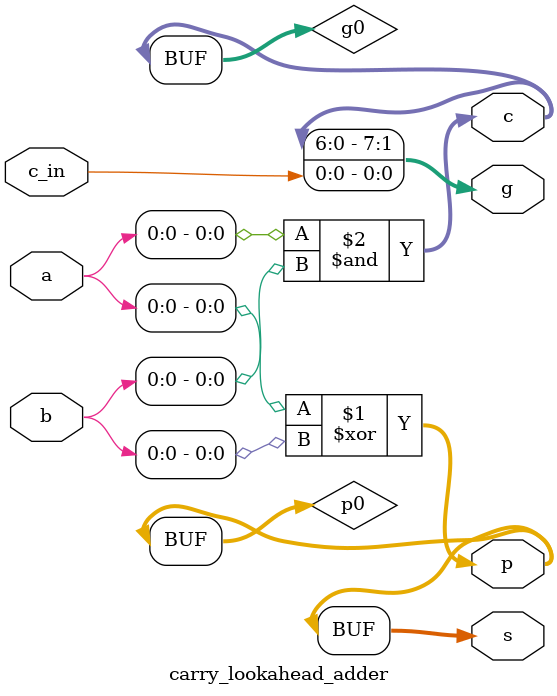
<source format=v>
module top_module (
    input [7:0] a,
    input [7:0] b,
    output [7:0] s,
    output overflow
);

    wire [7:0] c;
    wire [7:0] p;
    wire [7:0] g;
    wire [7:0] c_out;

    carry_lookahead_adder adder(
        .a(a),
        .b(b),
        .c_in(1'b0),
        .s(s),
        .c(c_out),
        .p(p),
        .g(g)
    );

    assign overflow = (a[7] == b[7]) && (a[7] != s[7]);

endmodule

module carry_lookahead_adder (
    input [7:0] a,
    input [7:0] b,
    input c_in,
    output [7:0] s,
    output [7:0] c,
    output [7:0] p,
    output [7:0] g
);

    wire [7:0] p0;
    wire [7:0] g0;
    wire [7:0] p1;
    wire [7:0] g1;
    wire [7:0] p2;
    wire [7:0] g2;
    wire [7:0] p3;
    wire [7:0] g3;
    wire [7:0] p4;
    wire [7:0] g4;
    wire [7:0] p5;
    wire [7:0] g5;
    wire [7:0] p6;
    wire [7:0] g6;
    wire [7:0] p7;
    wire [7:0] g7;

    assign p0 = a[0] ^ b[0];
    assign g0 = a[0] & b[0];
    assign p1 = a[1] ^ b[1] ^ g0;
    assign g1 = (a[1] & b[1]) | (g0 & (a[1] ^ b[1]));
    assign p2 = a[2] ^ b[2] ^ g1;
    assign g2 = (a[2] & b[2]) | (g1 & (a[2] ^ b[2]));
    assign p3 = a[3] ^ b[3] ^ g2;
    assign g3 = (a[3] & b[3]) | (g2 & (a[3] ^ b[3]));
    assign p4 = a[4] ^ b[4] ^ g3;
    assign g4 = (a[4] & b[4]) | (g3 & (a[4] ^ b[4]));
    assign p5 = a[5] ^ b[5] ^ g4;
    assign g5 = (a[5] & b[5]) | (g4 & (a[5] ^ b[5]));
    assign p6 = a[6] ^ b[6] ^ g5;
    assign g6 = (a[6] & b[6]) | (g5 & (a[6] ^ b[6]));
    assign p7 = a[7] ^ b[7] ^ g6;
    assign g7 = (a[7] & b[7]) | (g6 & (a[7] ^ b[7]));

    assign s = {p7, p6, p5, p4, p3, p2, p1, p0};
    assign c = {g7, g6, g5, g4, g3, g2, g1, g0};
    assign p = {p7, p6, p5, p4, p3, p2, p1, p0};
    assign g = {g7, g6, g5, g4, g3, g2, g1, g0, c_in};

endmodule
</source>
